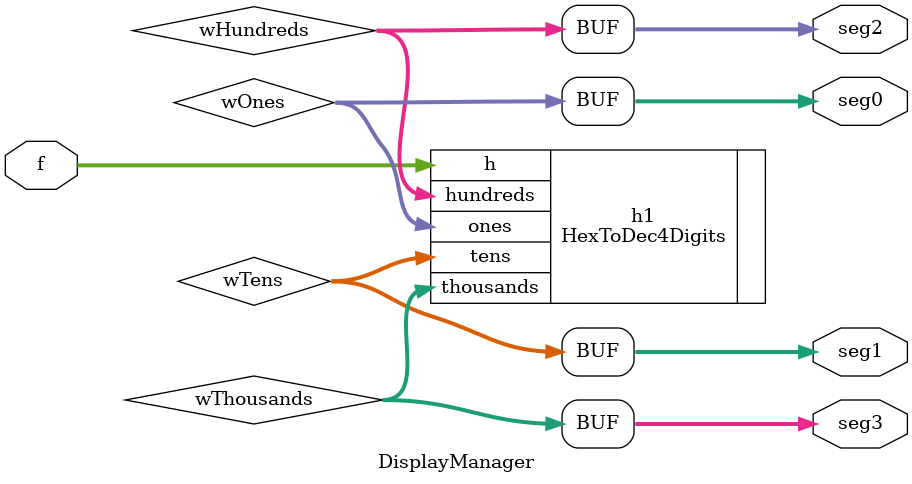
<source format=v>
module DisplayManager(f, seg3, seg2, seg1, seg0);
	input [15:0] f;
	
	output reg [3:0] seg3, seg2, seg1, seg0;
	
	wire [3:0] wOnes, wTens, wHundreds, wThousands;
	
	HexToDec4Digits h1(.h(f),.ones(wOnes), .tens(wTens), .hundreds(wHundreds), .thousands(wThousands));
	
	always @(*) begin
		seg3 = wThousands;
		seg2 = wHundreds;
		seg1 = wTens;
		seg0 = wOnes;
	end
	
endmodule
</source>
